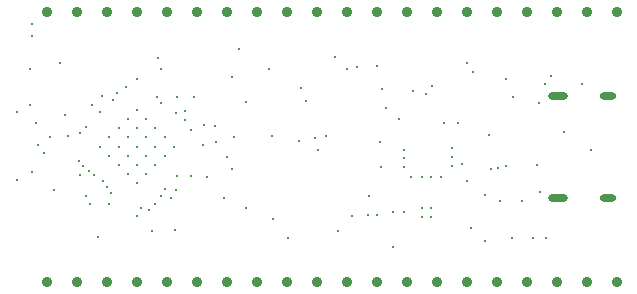
<source format=gbr>
%TF.GenerationSoftware,Altium Limited,Altium Designer,19.0.15 (446)*%
G04 Layer_Color=0*
%FSLAX45Y45*%
%MOMM*%
%TF.FileFunction,Plated,1,4,PTH,Drill*%
%TF.Part,Single*%
G01*
G75*
%TA.AperFunction,ComponentDrill*%
%ADD85C,0.90000*%
%ADD86O,1.40000X0.60000*%
%ADD87O,1.70000X0.60000*%
%TA.AperFunction,ViaDrill,NotFilled*%
%ADD88C,0.30000*%
D85*
X14732001Y6096000D02*
D03*
X14478000D02*
D03*
X14986000D02*
D03*
X15239999D02*
D03*
X14224001D02*
D03*
X13970000D02*
D03*
X13462000D02*
D03*
X13716000D02*
D03*
X13208000D02*
D03*
X10922000D02*
D03*
X11430000D02*
D03*
X11176000D02*
D03*
X11684000D02*
D03*
X11938000D02*
D03*
X12953999D02*
D03*
X12700000D02*
D03*
X12192000D02*
D03*
X12446000D02*
D03*
X10414000D02*
D03*
X10668000D02*
D03*
X14732001Y8382000D02*
D03*
X14478000D02*
D03*
X14986000D02*
D03*
X15239999D02*
D03*
X14224001D02*
D03*
X13970000D02*
D03*
X13462000D02*
D03*
X13716000D02*
D03*
X13208000D02*
D03*
X10922000D02*
D03*
X11430000D02*
D03*
X11176000D02*
D03*
X11684000D02*
D03*
X11938000D02*
D03*
X12953999D02*
D03*
X12700000D02*
D03*
X12192000D02*
D03*
X12446000D02*
D03*
X10414000D02*
D03*
X10668000D02*
D03*
D86*
X15160249Y7671000D02*
D03*
Y6807000D02*
D03*
D87*
X14742250Y7671000D02*
D03*
Y6807000D02*
D03*
D88*
X14630400Y7768600D02*
D03*
X14592300Y6853627D02*
D03*
X10287000Y8280400D02*
D03*
X10274300Y7594600D02*
D03*
X10337800Y7252656D02*
D03*
X10287000Y8178800D02*
D03*
Y7023100D02*
D03*
X10160000Y6959600D02*
D03*
X10274300Y7896050D02*
D03*
X10325100Y7442200D02*
D03*
X10160000Y7531100D02*
D03*
X11658600Y7658100D02*
D03*
X11747500Y7421200D02*
D03*
X11849100Y7279514D02*
D03*
X11938000Y7147767D02*
D03*
X13512801Y7710112D02*
D03*
X13284200Y7569200D02*
D03*
X12712700Y7213600D02*
D03*
X12687300Y7315200D02*
D03*
X14020799Y7874000D02*
D03*
X13677901Y7754443D02*
D03*
X12561256Y7734300D02*
D03*
X13233400Y7277100D02*
D03*
X13839500Y7150100D02*
D03*
Y7073900D02*
D03*
X13931900Y7092959D02*
D03*
X14158212Y7339000D02*
D03*
X14172800Y7053384D02*
D03*
X14236700Y7060153D02*
D03*
X14635915Y6464300D02*
D03*
X12611100Y7624373D02*
D03*
X12776200Y7325486D02*
D03*
X14300200Y7079270D02*
D03*
X14439900Y6782916D02*
D03*
X10887145Y6946098D02*
D03*
X10815673Y6995635D02*
D03*
X10922000Y6896100D02*
D03*
X10388600Y7188200D02*
D03*
X10723200Y7074252D02*
D03*
X10682596Y7121200D02*
D03*
X10693400Y6997700D02*
D03*
X10769600Y7035800D02*
D03*
X10960100Y6845300D02*
D03*
X10942655Y6756400D02*
D03*
X10782300Y6757749D02*
D03*
X10744200Y6819900D02*
D03*
X11176000Y6654800D02*
D03*
X11214100Y6718300D02*
D03*
X11277600Y6705600D02*
D03*
X11328400Y6757749D02*
D03*
X13208000Y6662800D02*
D03*
X13131799D02*
D03*
X11468100Y6804130D02*
D03*
X11379200Y6819900D02*
D03*
X11417300Y6883400D02*
D03*
X11506200Y6870700D02*
D03*
X13436600Y7139000D02*
D03*
X13839500Y7225700D02*
D03*
X11976600Y7047000D02*
D03*
X11518900Y6992629D02*
D03*
X11633200D02*
D03*
X13436600Y7214000D02*
D03*
Y7064270D02*
D03*
X13665199Y6982674D02*
D03*
X13589000D02*
D03*
X11772900Y6985000D02*
D03*
X10591800Y7327900D02*
D03*
X10693400Y7353300D02*
D03*
X10744200Y7404100D02*
D03*
X10565563Y7510538D02*
D03*
X10795000Y7594600D02*
D03*
X11379200Y7899400D02*
D03*
X10864873Y7531100D02*
D03*
X10972800Y7632700D02*
D03*
X11010900Y7696200D02*
D03*
X11087100Y7747000D02*
D03*
X10879600Y7670800D02*
D03*
X11176000Y7810500D02*
D03*
X11345985Y7660007D02*
D03*
X11382062Y7611231D02*
D03*
X11518900Y7658100D02*
D03*
X11506200Y7528000D02*
D03*
X11582400Y7467600D02*
D03*
X11633200Y7378700D02*
D03*
X11582400Y7543800D02*
D03*
X11836400Y7416800D02*
D03*
X13042900Y7912100D02*
D03*
X12953999Y7899400D02*
D03*
X10439400Y7318549D02*
D03*
X10477500Y6870700D02*
D03*
X10848963Y6477000D02*
D03*
X10528300Y7950200D02*
D03*
X11734800Y7251700D02*
D03*
X11912600Y6804130D02*
D03*
X11494802Y6535072D02*
D03*
X11301837Y6527800D02*
D03*
X11353800Y7988300D02*
D03*
X15024100Y7213600D02*
D03*
X14119641Y6830097D02*
D03*
X13893800Y7442200D02*
D03*
X13627100Y7685000D02*
D03*
X13247800Y7730439D02*
D03*
X12039600Y8064500D02*
D03*
X12293693Y7899400D02*
D03*
X11983496Y7831900D02*
D03*
X12103100Y7618500D02*
D03*
X12458700Y6464300D02*
D03*
X12101600Y6722475D02*
D03*
X12331700Y6629400D02*
D03*
X12877800Y6527800D02*
D03*
X12993729Y6650000D02*
D03*
X13144501Y6818271D02*
D03*
X13246100Y7065759D02*
D03*
X12852307Y8001000D02*
D03*
X14249400Y6782916D02*
D03*
X14947900Y7772400D02*
D03*
X13208000Y7924800D02*
D03*
X13970000Y6947319D02*
D03*
X13665199Y6722475D02*
D03*
X13589000D02*
D03*
X13665199Y6643600D02*
D03*
X13589000D02*
D03*
X13752600Y6985000D02*
D03*
X13500101D02*
D03*
X13347701Y6388100D02*
D03*
X13436600Y6689830D02*
D03*
X13347701D02*
D03*
X13970000Y7950200D02*
D03*
X13397099Y7470900D02*
D03*
X13779500Y7442600D02*
D03*
X14579601Y7607300D02*
D03*
X14122400Y6438900D02*
D03*
X14008099Y6546641D02*
D03*
X14350999Y6464300D02*
D03*
X14528799D02*
D03*
X14296547Y7810500D02*
D03*
X14792250Y7366000D02*
D03*
X14681200Y7835900D02*
D03*
X14363699Y7658100D02*
D03*
X14566901Y7086600D02*
D03*
X12319000Y7327900D02*
D03*
X12001500Y7316782D02*
D03*
X12547600Y7289800D02*
D03*
X10942655Y7316782D02*
D03*
X11098218Y7161218D02*
D03*
X11253782Y7005655D02*
D03*
X11020436Y7239000D02*
D03*
X11176000Y7083436D02*
D03*
X11098218Y7472345D02*
D03*
X11253782Y7316782D02*
D03*
X11409345Y7161218D02*
D03*
X11176000Y7394564D02*
D03*
X11331564Y7239000D02*
D03*
X11409345Y7316782D02*
D03*
X11253782Y7161218D02*
D03*
X11098218Y7005655D02*
D03*
X11253782Y7472345D02*
D03*
X11098218Y7316782D02*
D03*
X10942655Y7161218D02*
D03*
X11176000Y6927873D02*
D03*
X11020436Y7083436D02*
D03*
X10864873Y7239000D02*
D03*
X11331564Y7083436D02*
D03*
X11176000Y7239000D02*
D03*
X11020436Y7394564D02*
D03*
X11487127Y7239000D02*
D03*
X11331564Y7394564D02*
D03*
X11176000Y7550127D02*
D03*
%TF.MD5,1997d82395bf9e8c0bee0a1607ff718b*%
M02*

</source>
